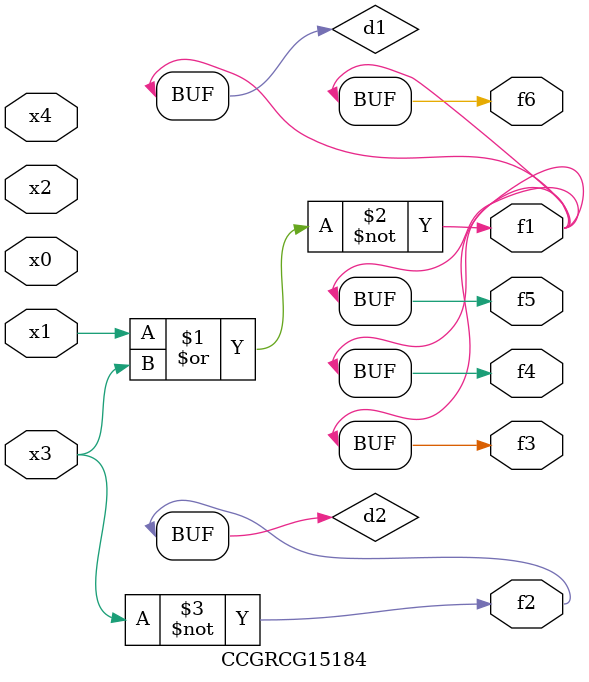
<source format=v>
module CCGRCG15184(
	input x0, x1, x2, x3, x4,
	output f1, f2, f3, f4, f5, f6
);

	wire d1, d2;

	nor (d1, x1, x3);
	not (d2, x3);
	assign f1 = d1;
	assign f2 = d2;
	assign f3 = d1;
	assign f4 = d1;
	assign f5 = d1;
	assign f6 = d1;
endmodule

</source>
